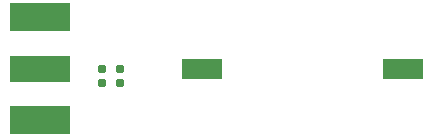
<source format=gbr>
%TF.GenerationSoftware,KiCad,Pcbnew,7.0.5*%
%TF.CreationDate,2026-01-01T17:31:19-06:00*%
%TF.ProjectId,Lora58thsStubShunt,4c6f7261-3538-4746-9873-537475625368,rev?*%
%TF.SameCoordinates,Original*%
%TF.FileFunction,Soldermask,Top*%
%TF.FilePolarity,Negative*%
%FSLAX46Y46*%
G04 Gerber Fmt 4.6, Leading zero omitted, Abs format (unit mm)*
G04 Created by KiCad (PCBNEW 7.0.5) date 2026-01-01 17:31:19*
%MOMM*%
%LPD*%
G01*
G04 APERTURE LIST*
G04 Aperture macros list*
%AMRoundRect*
0 Rectangle with rounded corners*
0 $1 Rounding radius*
0 $2 $3 $4 $5 $6 $7 $8 $9 X,Y pos of 4 corners*
0 Add a 4 corners polygon primitive as box body*
4,1,4,$2,$3,$4,$5,$6,$7,$8,$9,$2,$3,0*
0 Add four circle primitives for the rounded corners*
1,1,$1+$1,$2,$3*
1,1,$1+$1,$4,$5*
1,1,$1+$1,$6,$7*
1,1,$1+$1,$8,$9*
0 Add four rect primitives between the rounded corners*
20,1,$1+$1,$2,$3,$4,$5,0*
20,1,$1+$1,$4,$5,$6,$7,0*
20,1,$1+$1,$6,$7,$8,$9,0*
20,1,$1+$1,$8,$9,$2,$3,0*%
G04 Aperture macros list end*
%ADD10RoundRect,0.160000X-0.160000X0.197500X-0.160000X-0.197500X0.160000X-0.197500X0.160000X0.197500X0*%
%ADD11R,5.080000X2.290000*%
%ADD12R,5.080000X2.420000*%
%ADD13R,3.400000X1.800000*%
G04 APERTURE END LIST*
D10*
%TO.C,R2*%
X87000000Y-83002500D03*
X87000000Y-84197500D03*
%TD*%
%TO.C,R1*%
X88500000Y-83002500D03*
X88500000Y-84197500D03*
%TD*%
D11*
%TO.C,J1*%
X81780000Y-83000000D03*
D12*
X81780000Y-78620000D03*
X81780000Y-87380000D03*
%TD*%
D13*
%TO.C,J3*%
X112500000Y-83000000D03*
%TD*%
%TO.C,J2*%
X95500000Y-83000000D03*
%TD*%
M02*

</source>
